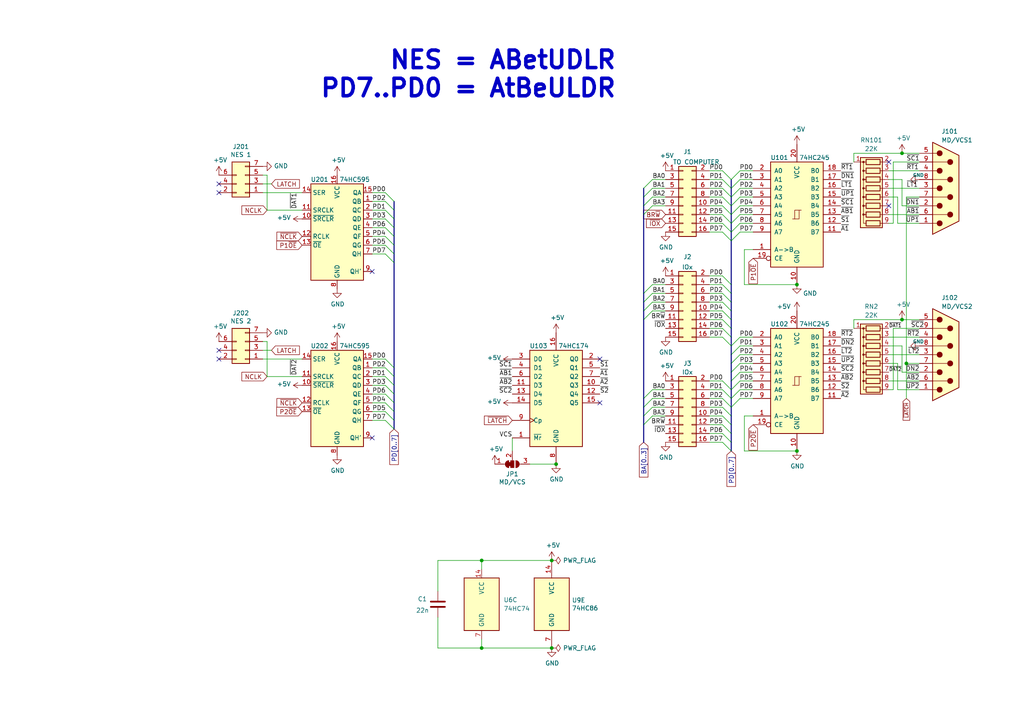
<source format=kicad_sch>
(kicad_sch (version 20231120) (generator "eeschema") (generator_version "8.0")
  (paper "A4")
  (lib_symbols
    (symbol "74xx:74HC245" (pin_names (offset 1.016))
      (property "Reference" "U" (at -7.62 16.51 0))
      (property "Value" "74HC245" (at -7.62 -16.51 0))
      (symbol "74HC245_1_0"
        (pin input line (at -12.7 -10.16 0) (length 5.08) (name "A->B") (number "1"))
        (pin power_in line (at 0 -20.32 90) (length 5.08) (name "GND") (number "10"))
        (pin tri_state line (at 12.7 -5.08 180) (length 5.08) (name "B7") (number "11"))
        (pin tri_state line (at 12.7 -2.54 180) (length 5.08) (name "B6") (number "12"))
        (pin tri_state line (at 12.7 0 180) (length 5.08) (name "B5") (number "13"))
        (pin tri_state line (at 12.7 2.54 180) (length 5.08) (name "B4") (number "14"))
        (pin tri_state line (at 12.7 5.08 180) (length 5.08) (name "B3") (number "15"))
        (pin tri_state line (at 12.7 7.62 180) (length 5.08) (name "B2") (number "16"))
        (pin tri_state line (at 12.7 10.16 180) (length 5.08) (name "B1") (number "17"))
        (pin tri_state line (at 12.7 12.7 180) (length 5.08) (name "B0") (number "18"))
        (pin input inverted (at -12.7 -12.7 0) (length 5.08) (name "CE") (number "19"))
        (pin tri_state line (at -12.7 12.7 0) (length 5.08) (name "A0") (number "2"))
        (pin power_in line (at 0 20.32 270) (length 5.08) (name "VCC") (number "20"))
        (pin tri_state line (at -12.7 10.16 0) (length 5.08) (name "A1") (number "3"))
        (pin tri_state line (at -12.7 7.62 0) (length 5.08) (name "A2") (number "4"))
        (pin tri_state line (at -12.7 5.08 0) (length 5.08) (name "A3") (number "5"))
        (pin tri_state line (at -12.7 2.54 0) (length 5.08) (name "A4") (number "6"))
        (pin tri_state line (at -12.7 0 0) (length 5.08) (name "A5") (number "7"))
        (pin tri_state line (at -12.7 -2.54 0) (length 5.08) (name "A6") (number "8"))
        (pin tri_state line (at -12.7 -5.08 0) (length 5.08) (name "A7") (number "9"))
      )
    )
    (symbol "74xx:74HC595"
      (property "Reference" "U" (at -7.62 13.97 0))
      (property "Value" "74HC595" (at -7.62 -16.51 0))
      (symbol "74HC595_1_0"
        (pin tri_state line (at 10.16 7.62 180) (length 2.54) (name "QB") (number "1"))
        (pin input line (at -10.16 2.54 0) (length 2.54) (name "~{SRCLR}") (number "10"))
        (pin input line (at -10.16 5.08 0) (length 2.54) (name "SRCLK") (number "11"))
        (pin input line (at -10.16 -2.54 0) (length 2.54) (name "RCLK") (number "12"))
        (pin input line (at -10.16 -5.08 0) (length 2.54) (name "~{OE}") (number "13"))
        (pin input line (at -10.16 10.16 0) (length 2.54) (name "SER") (number "14"))
        (pin tri_state line (at 10.16 10.16 180) (length 2.54) (name "QA") (number "15"))
        (pin power_in line (at 0 15.24 270) (length 2.54) (name "VCC") (number "16"))
        (pin tri_state line (at 10.16 5.08 180) (length 2.54) (name "QC") (number "2"))
        (pin tri_state line (at 10.16 2.54 180) (length 2.54) (name "QD") (number "3"))
        (pin tri_state line (at 10.16 0 180) (length 2.54) (name "QE") (number "4"))
        (pin tri_state line (at 10.16 -2.54 180) (length 2.54) (name "QF") (number "5"))
        (pin tri_state line (at 10.16 -5.08 180) (length 2.54) (name "QG") (number "6"))
        (pin tri_state line (at 10.16 -7.62 180) (length 2.54) (name "QH") (number "7"))
        (pin power_in line (at 0 -17.78 90) (length 2.54) (name "GND") (number "8"))
        (pin output line (at 10.16 -12.7 180) (length 2.54) (name "QH'") (number "9"))
      )
    )
    (symbol "74xx:74HC74" (pin_names (offset 1.016))
      (property "Reference" "U" (at -7.62 8.89 0))
      (property "Value" "74HC74" (at -7.62 -8.89 0))
      (symbol "74HC74_1_0"
        (pin input line (at 0 -7.62 90) (length 2.54) (name "~{R}") (number "1"))
        (pin input line (at -7.62 2.54 0) (length 2.54) (name "D") (number "2"))
        (pin input clock (at -7.62 0 0) (length 2.54) (name "C") (number "3"))
        (pin input line (at 0 7.62 270) (length 2.54) (name "~{S}") (number "4"))
        (pin output line (at 7.62 2.54 180) (length 2.54) (name "Q") (number "5"))
        (pin output line (at 7.62 -2.54 180) (length 2.54) (name "~{Q}") (number "6"))
      )
      (symbol "74HC74_2_0"
        (pin input line (at 0 7.62 270) (length 2.54) (name "~{S}") (number "10"))
        (pin input clock (at -7.62 0 0) (length 2.54) (name "C") (number "11"))
        (pin input line (at -7.62 2.54 0) (length 2.54) (name "D") (number "12"))
        (pin input line (at 0 -7.62 90) (length 2.54) (name "~{R}") (number "13"))
        (pin output line (at 7.62 -2.54 180) (length 2.54) (name "~{Q}") (number "8"))
        (pin output line (at 7.62 2.54 180) (length 2.54) (name "Q") (number "9"))
      )
      (symbol "74HC74_3_0"
        (pin power_in line (at 0 10.16 270) (length 2.54) (name "VCC") (number "14"))
        (pin power_in line (at 0 -10.16 90) (length 2.54) (name "GND") (number "7"))
      )
    )
    (symbol "74xx:74HC86" (pin_names (offset 1.016))
      (property "Reference" "U" (at 0 1.27 0))
      (property "Value" "74HC86" (at 0 -1.27 0))
      (symbol "74HC86_1_0"
        (pin input line (at -7.62 2.54 0) (length 4.445) (name "~") (number "1"))
        (pin input line (at -7.62 -2.54 0) (length 4.445) (name "~") (number "2"))
        (pin output line (at 7.62 0 180) (length 3.81) (name "~") (number "3"))
      )
      (symbol "74HC86_2_0"
        (pin input line (at -7.62 2.54 0) (length 4.445) (name "~") (number "4"))
        (pin input line (at -7.62 -2.54 0) (length 4.445) (name "~") (number "5"))
        (pin output line (at 7.62 0 180) (length 3.81) (name "~") (number "6"))
      )
      (symbol "74HC86_3_0"
        (pin input line (at -7.62 -2.54 0) (length 4.445) (name "~") (number "10"))
        (pin output line (at 7.62 0 180) (length 3.81) (name "~") (number "8"))
        (pin input line (at -7.62 2.54 0) (length 4.445) (name "~") (number "9"))
      )
      (symbol "74HC86_4_0"
        (pin output line (at 7.62 0 180) (length 3.81) (name "~") (number "11"))
        (pin input line (at -7.62 2.54 0) (length 4.445) (name "~") (number "12"))
        (pin input line (at -7.62 -2.54 0) (length 4.445) (name "~") (number "13"))
      )
      (symbol "74HC86_5_0"
        (pin power_in line (at 0 12.7 270) (length 5.08) (name "VCC") (number "14"))
        (pin power_in line (at 0 -12.7 90) (length 5.08) (name "GND") (number "7"))
      )
    )
    (symbol "74xx:74LS174" (pin_names (offset 1.016))
      (property "Reference" "U" (at -7.62 13.97 0))
      (property "Value" "74LS174" (at -7.62 -16.51 0))
      (symbol "74LS174_1_0"
        (pin input line (at -12.7 -12.7 0) (length 5.08) (name "~{Mr}") (number "1"))
        (pin output line (at 12.7 2.54 180) (length 5.08) (name "Q3") (number "10"))
        (pin input line (at -12.7 2.54 0) (length 5.08) (name "D3") (number "11"))
        (pin output line (at 12.7 0 180) (length 5.08) (name "Q4") (number "12"))
        (pin input line (at -12.7 0 0) (length 5.08) (name "D4") (number "13"))
        (pin input line (at -12.7 -2.54 0) (length 5.08) (name "D5") (number "14"))
        (pin output line (at 12.7 -2.54 180) (length 5.08) (name "Q5") (number "15"))
        (pin power_in line (at 0 17.78 270) (length 5.08) (name "VCC") (number "16"))
        (pin output line (at 12.7 10.16 180) (length 5.08) (name "Q0") (number "2"))
        (pin input line (at -12.7 10.16 0) (length 5.08) (name "D0") (number "3"))
        (pin input line (at -12.7 7.62 0) (length 5.08) (name "D1") (number "4"))
        (pin output line (at 12.7 7.62 180) (length 5.08) (name "Q1") (number "5"))
        (pin input line (at -12.7 5.08 0) (length 5.08) (name "D2") (number "6"))
        (pin output line (at 12.7 5.08 180) (length 5.08) (name "Q2") (number "7"))
        (pin power_in line (at 0 -20.32 90) (length 5.08) (name "GND") (number "8"))
        (pin input clock (at -12.7 -7.62 0) (length 5.08) (name "Cp") (number "9"))
      )
    )
    (symbol "Connector_Generic:Conn_02x08_Odd_Even" (pin_names (offset 1.016) hide)
      (property "Reference" "J" (at 1.27 10.16 0))
      (property "Value" "Conn_02x08_Odd_Even" (at 1.27 -12.7 0))
      (symbol "Conn_02x08_Odd_Even_1_1"
        (pin passive line (at -5.08 7.62 0) (length 3.81) (name "Pin_1") (number "1"))
        (pin passive line (at 7.62 -2.54 180) (length 3.81) (name "Pin_10") (number "10"))
        (pin passive line (at -5.08 -5.08 0) (length 3.81) (name "Pin_11") (number "11"))
        (pin passive line (at 7.62 -5.08 180) (length 3.81) (name "Pin_12") (number "12"))
        (pin passive line (at -5.08 -7.62 0) (length 3.81) (name "Pin_13") (number "13"))
        (pin passive line (at 7.62 -7.62 180) (length 3.81) (name "Pin_14") (number "14"))
        (pin passive line (at -5.08 -10.16 0) (length 3.81) (name "Pin_15") (number "15"))
        (pin passive line (at 7.62 -10.16 180) (length 3.81) (name "Pin_16") (number "16"))
        (pin passive line (at 7.62 7.62 180) (length 3.81) (name "Pin_2") (number "2"))
        (pin passive line (at -5.08 5.08 0) (length 3.81) (name "Pin_3") (number "3"))
        (pin passive line (at 7.62 5.08 180) (length 3.81) (name "Pin_4") (number "4"))
        (pin passive line (at -5.08 2.54 0) (length 3.81) (name "Pin_5") (number "5"))
        (pin passive line (at 7.62 2.54 180) (length 3.81) (name "Pin_6") (number "6"))
        (pin passive line (at -5.08 0 0) (length 3.81) (name "Pin_7") (number "7"))
        (pin passive line (at 7.62 0 180) (length 3.81) (name "Pin_8") (number "8"))
        (pin passive line (at -5.08 -2.54 0) (length 3.81) (name "Pin_9") (number "9"))
      )
    )
    (symbol "Connector_Generic:Conn_2Rows-07Pins" (pin_names (offset 1.016) hide)
      (property "Reference" "J" (at 1.27 5.08 0))
      (property "Value" "Conn_2Rows-07Pins" (at 1.27 -7.62 0))
      (symbol "Conn_2Rows-07Pins_1_1"
        (pin passive line (at -5.08 2.54 0) (length 3.81) (name "Pin_1") (number "1"))
        (pin passive line (at 7.62 2.54 180) (length 3.81) (name "Pin_2") (number "2"))
        (pin passive line (at -5.08 0 0) (length 3.81) (name "Pin_3") (number "3"))
        (pin passive line (at 7.62 0 180) (length 3.81) (name "Pin_4") (number "4"))
        (pin passive line (at -5.08 -2.54 0) (length 3.81) (name "Pin_5") (number "5"))
        (pin passive line (at 7.62 -2.54 180) (length 3.81) (name "Pin_6") (number "6"))
        (pin passive line (at -5.08 -5.08 0) (length 3.81) (name "Pin_7") (number "7"))
      )
    )
    (symbol "Device:C" (pin_numbers hide) (pin_names (offset 0.254))
      (property "Reference" "C" (at 0.635 2.54 0))
      (property "Value" "C" (at 0.635 -2.54 0))
      (symbol "C_1_1"
        (pin passive line (at 0 3.81 270) (length 2.794) (name "~") (number "1"))
        (pin passive line (at 0 -3.81 90) (length 2.794) (name "~") (number "2"))
      )
    )
    (symbol "Device:R_Network08" (pin_names (offset 0) hide)
      (property "Reference" "RN" (at -12.7 0 90))
      (property "Value" "R_Network08" (at 10.16 0 90))
      (symbol "R_Network08_1_1"
        (pin passive line (at -10.16 5.08 270) (length 2.54) (name "common") (number "1"))
        (pin passive line (at -10.16 -5.08 90) (length 1.27) (name "R1") (number "2"))
        (pin passive line (at -7.62 -5.08 90) (length 1.27) (name "R2") (number "3"))
        (pin passive line (at -5.08 -5.08 90) (length 1.27) (name "R3") (number "4"))
        (pin passive line (at -2.54 -5.08 90) (length 1.27) (name "R4") (number "5"))
        (pin passive line (at 0 -5.08 90) (length 1.27) (name "R5") (number "6"))
        (pin passive line (at 2.54 -5.08 90) (length 1.27) (name "R6") (number "7"))
        (pin passive line (at 5.08 -5.08 90) (length 1.27) (name "R7") (number "8"))
        (pin passive line (at 7.62 -5.08 90) (length 1.27) (name "R8") (number "9"))
      )
    )
    (symbol "pluskbd-rescue:+5V-power" (power) (pin_names (offset 0))
      (property "Value" "power_+5V" (at 0 3.556 0))
      (symbol "+5V-power_1_1"
        (pin power_in line (at 0 0 90) (length 0) hide (name "+5V") (number "1"))
      )
    )
    (symbol "pluskbd-rescue:DB9_Male-Connector" (pin_names (offset 1.016) hide)
      (property "Reference" "J" (at 0 13.97 0))
      (property "Value" "Connector_DB9_Male" (at 0 -14.605 0))
      (symbol "DB9_Male-Connector_1_1"
        (pin passive line (at -7.62 -10.16 0) (length 3.81) (name "1") (number "1"))
        (pin passive line (at -7.62 -5.08 0) (length 3.81) (name "2") (number "2"))
        (pin passive line (at -7.62 0 0) (length 3.81) (name "3") (number "3"))
        (pin passive line (at -7.62 5.08 0) (length 3.81) (name "4") (number "4"))
        (pin passive line (at -7.62 10.16 0) (length 3.81) (name "5") (number "5"))
        (pin passive line (at -7.62 -7.62 0) (length 3.81) (name "6") (number "6"))
        (pin passive line (at -7.62 -2.54 0) (length 3.81) (name "7") (number "7"))
        (pin passive line (at -7.62 2.54 0) (length 3.81) (name "8") (number "8"))
        (pin passive line (at -7.62 7.62 0) (length 3.81) (name "9") (number "9"))
      )
    )
    (symbol "pluskbd-rescue:GND-power" (power) (pin_names (offset 0))
      (property "Value" "power_GND" (at 0 -3.81 0))
      (symbol "GND-power_1_1"
        (pin power_in line (at 0 0 270) (length 0) hide (name "GND") (number "1"))
      )
    )
    (symbol "pluskbd-rescue:PWR_FLAG-power" (power) (pin_numbers hide) (pin_names (offset 0) hide)
      (property "Value" "power_PWR_FLAG" (at 0 3.81 0))
      (symbol "PWR_FLAG-power_0_0"
        (pin power_out line (at 0 0 90) (length 0) (name "pwr") (number "1"))
      )
    )
    (symbol "pluskbd-rescue:SolderJumper_3_Bridged12-Jumper" (pin_names (offset 0) hide)
      (property "Reference" "JP" (at -2.54 -2.54 0))
      (property "Value" "Jumper_SolderJumper_3_Bridged12" (at 0 2.794 0))
      (symbol "SolderJumper_3_Bridged12-Jumper_1_1"
        (pin passive line (at -5.08 0 0) (length 2.54) (name "A") (number "1"))
        (pin input line (at 0 -3.81 90) (length 2.54) (name "C") (number "2"))
        (pin passive line (at 5.08 0 180) (length 2.54) (name "B") (number "3"))
      )
    )
  )
  (junction (at 139.7 187.96))
  (junction (at 161.29 134.62))
  (junction (at 231.14 130.81))
  (junction (at 261.62 44.45))
  (junction (at 139.7 162.56))
  (junction (at 231.14 82.55))
  (junction (at 160.02 162.56))
  (junction (at 160.02 187.96))
  (junction (at 261.62 92.71))
  (junction (at 262.89 105.41))
  (no_connect (at 257.81 59.69))
  (no_connect (at 107.95 127))
  (no_connect (at 63.5 101.6))
  (no_connect (at 63.5 104.14))
  (no_connect (at 173.99 104.14))
  (no_connect (at 173.99 116.84))
  (no_connect (at 107.95 78.74))
  (no_connect (at 63.5 53.34))
  (no_connect (at 63.5 55.88))
  (no_connect (at 257.81 46.99))
  (bus_entry (at 111.76 73.66) (size 2.54 2.54))
  (bus_entry (at 111.76 58.42) (size 2.54 2.54))
  (bus_entry (at 209.55 85.09) (size 2.54 2.54))
  (bus_entry (at 209.55 54.61) (size 2.54 2.54))
  (bus_entry (at 209.55 82.55) (size 2.54 2.54))
  (bus_entry (at 111.76 121.92) (size 2.54 2.54))
  (bus_entry (at 209.55 62.23) (size 2.54 2.54))
  (bus_entry (at 209.55 90.17) (size 2.54 2.54))
  (bus_entry (at 214.63 115.57) (size -2.54 2.54))
  (bus_entry (at 209.55 92.71) (size 2.54 2.54))
  (bus_entry (at 111.76 116.84) (size 2.54 2.54))
  (bus_entry (at 209.55 87.63) (size 2.54 2.54))
  (bus_entry (at 111.76 68.58) (size 2.54 2.54))
  (bus_entry (at 209.55 80.01) (size 2.54 2.54))
  (bus_entry (at 209.55 64.77) (size 2.54 2.54))
  (bus_entry (at 186.69 120.65) (size 2.54 -2.54))
  (bus_entry (at 214.63 110.49) (size -2.54 2.54))
  (bus_entry (at 209.55 115.57) (size 2.54 2.54))
  (bus_entry (at 214.63 105.41) (size -2.54 2.54))
  (bus_entry (at 209.55 110.49) (size 2.54 2.54))
  (bus_entry (at 214.63 64.77) (size -2.54 2.54))
  (bus_entry (at 186.69 90.17) (size 2.54 -2.54))
  (bus_entry (at 186.69 123.19) (size 2.54 -2.54))
  (bus_entry (at 214.63 49.53) (size -2.54 2.54))
  (bus_entry (at 214.63 52.07) (size -2.54 2.54))
  (bus_entry (at 111.76 66.04) (size 2.54 2.54))
  (bus_entry (at 111.76 71.12) (size 2.54 2.54))
  (bus_entry (at 186.69 118.11) (size 2.54 -2.54))
  (bus_entry (at 214.63 54.61) (size -2.54 2.54))
  (bus_entry (at 209.55 95.25) (size 2.54 2.54))
  (bus_entry (at 111.76 60.96) (size 2.54 2.54))
  (bus_entry (at 111.76 119.38) (size 2.54 2.54))
  (bus_entry (at 214.63 67.31) (size -2.54 2.54))
  (bus_entry (at 214.63 59.69) (size -2.54 2.54))
  (bus_entry (at 209.55 67.31) (size 2.54 2.54))
  (bus_entry (at 209.55 49.53) (size 2.54 2.54))
  (bus_entry (at 209.55 97.79) (size 2.54 2.54))
  (bus_entry (at 209.55 123.19) (size 2.54 2.54))
  (bus_entry (at 111.76 55.88) (size 2.54 2.54))
  (bus_entry (at 209.55 118.11) (size 2.54 2.54))
  (bus_entry (at 111.76 111.76) (size 2.54 2.54))
  (bus_entry (at 214.63 102.87) (size -2.54 2.54))
  (bus_entry (at 209.55 113.03) (size 2.54 2.54))
  (bus_entry (at 111.76 63.5) (size 2.54 2.54))
  (bus_entry (at 214.63 62.23) (size -2.54 2.54))
  (bus_entry (at 214.63 100.33) (size -2.54 2.54))
  (bus_entry (at 186.69 85.09) (size 2.54 -2.54))
  (bus_entry (at 186.69 54.61) (size 2.54 -2.54))
  (bus_entry (at 111.76 104.14) (size 2.54 2.54))
  (bus_entry (at 186.69 115.57) (size 2.54 -2.54))
  (bus_entry (at 186.69 59.69) (size 2.54 -2.54))
  (bus_entry (at 111.76 114.3) (size 2.54 2.54))
  (bus_entry (at 209.55 125.73) (size 2.54 2.54))
  (bus_entry (at 209.55 120.65) (size 2.54 2.54))
  (bus_entry (at 111.76 106.68) (size 2.54 2.54))
  (bus_entry (at 214.63 113.03) (size -2.54 2.54))
  (bus_entry (at 214.63 97.79) (size -2.54 2.54))
  (bus_entry (at 186.69 92.71) (size 2.54 -2.54))
  (bus_entry (at 186.69 57.15) (size 2.54 -2.54))
  (bus_entry (at 214.63 57.15) (size -2.54 2.54))
  (bus_entry (at 186.69 87.63) (size 2.54 -2.54))
  (bus_entry (at 186.69 62.23) (size 2.54 -2.54))
  (bus_entry (at 209.55 128.27) (size 2.54 2.54))
  (bus_entry (at 111.76 109.22) (size 2.54 2.54))
  (bus_entry (at 214.63 107.95) (size -2.54 2.54))
  (bus_entry (at 209.55 59.69) (size 2.54 2.54))
  (bus_entry (at 209.55 57.15) (size 2.54 2.54))
  (bus_entry (at 209.55 52.07) (size 2.54 2.54))
  (bus (pts (xy 114.3 116.84) (xy 114.3 119.38)))
  (wire (pts (xy 148.59 127) (xy 148.59 130.81)))
  (bus (pts (xy 212.09 110.49) (xy 212.09 113.03)))
  (bus (pts (xy 186.69 115.57) (xy 186.69 118.11)))
  (wire (pts (xy 218.44 120.65) (xy 215.9 120.65)))
  (bus (pts (xy 114.3 111.76) (xy 114.3 114.3)))
  (bus (pts (xy 212.09 105.41) (xy 212.09 107.95)))
  (bus (pts (xy 114.3 109.22) (xy 114.3 111.76)))
  (wire (pts (xy 259.08 95.25) (xy 259.08 113.03)))
  (bus (pts (xy 212.09 92.71) (xy 212.09 95.25)))
  (wire (pts (xy 257.81 54.61) (xy 266.7 54.61)))
  (bus (pts (xy 186.69 62.23) (xy 186.69 85.09)))
  (wire (pts (xy 262.89 57.15) (xy 266.7 57.15)))
  (wire (pts (xy 107.95 71.12) (xy 111.76 71.12)))
  (wire (pts (xy 261.62 100.33) (xy 257.81 100.33)))
  (wire (pts (xy 193.04 52.07) (xy 189.23 52.07)))
  (wire (pts (xy 127 171.45) (xy 127 162.56)))
  (bus (pts (xy 212.09 85.09) (xy 212.09 87.63)))
  (wire (pts (xy 261.62 59.69) (xy 266.7 59.69)))
  (wire (pts (xy 259.08 64.77) (xy 257.81 64.77)))
  (bus (pts (xy 212.09 107.95) (xy 212.09 110.49)))
  (wire (pts (xy 218.44 49.53) (xy 214.63 49.53)))
  (wire (pts (xy 193.04 82.55) (xy 189.23 82.55)))
  (bus (pts (xy 186.69 90.17) (xy 186.69 92.71)))
  (wire (pts (xy 218.44 54.61) (xy 214.63 54.61)))
  (wire (pts (xy 107.95 60.96) (xy 111.76 60.96)))
  (wire (pts (xy 218.44 107.95) (xy 214.63 107.95)))
  (wire (pts (xy 218.44 67.31) (xy 214.63 67.31)))
  (wire (pts (xy 259.08 46.99) (xy 259.08 64.77)))
  (wire (pts (xy 205.74 64.77) (xy 209.55 64.77)))
  (wire (pts (xy 205.74 82.55) (xy 209.55 82.55)))
  (wire (pts (xy 261.62 92.71) (xy 266.7 92.71)))
  (bus (pts (xy 186.69 85.09) (xy 186.69 87.63)))
  (wire (pts (xy 257.81 57.15) (xy 260.35 57.15)))
  (wire (pts (xy 139.7 185.42) (xy 139.7 187.96)))
  (wire (pts (xy 257.81 97.79) (xy 266.7 97.79)))
  (wire (pts (xy 205.74 59.69) (xy 209.55 59.69)))
  (wire (pts (xy 261.62 59.69) (xy 261.62 52.07)))
  (bus (pts (xy 212.09 90.17) (xy 212.09 92.71)))
  (bus (pts (xy 212.09 62.23) (xy 212.09 64.77)))
  (bus (pts (xy 212.09 128.27) (xy 212.09 130.81)))
  (wire (pts (xy 205.74 97.79) (xy 209.55 97.79)))
  (bus (pts (xy 212.09 59.69) (xy 212.09 62.23)))
  (wire (pts (xy 153.67 134.62) (xy 161.29 134.62)))
  (wire (pts (xy 139.7 187.96) (xy 160.02 187.96)))
  (wire (pts (xy 205.74 128.27) (xy 209.55 128.27)))
  (wire (pts (xy 218.44 64.77) (xy 214.63 64.77)))
  (wire (pts (xy 205.74 125.73) (xy 209.55 125.73)))
  (wire (pts (xy 193.04 54.61) (xy 189.23 54.61)))
  (wire (pts (xy 261.62 107.95) (xy 261.62 100.33)))
  (wire (pts (xy 257.81 105.41) (xy 260.35 105.41)))
  (wire (pts (xy 127 179.07) (xy 127 187.96)))
  (bus (pts (xy 114.3 63.5) (xy 114.3 66.04)))
  (wire (pts (xy 205.74 57.15) (xy 209.55 57.15)))
  (wire (pts (xy 261.62 107.95) (xy 266.7 107.95)))
  (wire (pts (xy 107.95 104.14) (xy 111.76 104.14)))
  (bus (pts (xy 114.3 71.12) (xy 114.3 73.66)))
  (bus (pts (xy 186.69 92.71) (xy 186.69 115.57)))
  (wire (pts (xy 262.89 115.57) (xy 262.89 105.41)))
  (wire (pts (xy 107.95 55.88) (xy 111.76 55.88)))
  (wire (pts (xy 205.74 123.19) (xy 209.55 123.19)))
  (bus (pts (xy 114.3 119.38) (xy 114.3 121.92)))
  (wire (pts (xy 205.74 80.01) (xy 209.55 80.01)))
  (bus (pts (xy 186.69 120.65) (xy 186.69 123.19)))
  (bus (pts (xy 114.3 58.42) (xy 114.3 60.96)))
  (wire (pts (xy 260.35 64.77) (xy 266.7 64.77)))
  (wire (pts (xy 107.95 109.22) (xy 111.76 109.22)))
  (wire (pts (xy 77.47 99.06) (xy 77.47 109.22)))
  (wire (pts (xy 259.08 113.03) (xy 257.81 113.03)))
  (wire (pts (xy 107.95 63.5) (xy 111.76 63.5)))
  (wire (pts (xy 205.74 54.61) (xy 209.55 54.61)))
  (bus (pts (xy 212.09 54.61) (xy 212.09 57.15)))
  (bus (pts (xy 114.3 66.04) (xy 114.3 68.58)))
  (wire (pts (xy 107.95 58.42) (xy 111.76 58.42)))
  (bus (pts (xy 186.69 118.11) (xy 186.69 120.65)))
  (wire (pts (xy 218.44 57.15) (xy 214.63 57.15)))
  (wire (pts (xy 76.2 55.88) (xy 87.63 55.88)))
  (wire (pts (xy 257.81 102.87) (xy 266.7 102.87)))
  (wire (pts (xy 77.47 50.8) (xy 77.47 60.96)))
  (wire (pts (xy 262.89 105.41) (xy 266.7 105.41)))
  (wire (pts (xy 193.04 59.69) (xy 189.23 59.69)))
  (bus (pts (xy 212.09 64.77) (xy 212.09 67.31)))
  (wire (pts (xy 205.74 87.63) (xy 209.55 87.63)))
  (wire (pts (xy 257.81 49.53) (xy 266.7 49.53)))
  (wire (pts (xy 215.9 72.39) (xy 215.9 82.55)))
  (wire (pts (xy 215.9 130.81) (xy 231.14 130.81)))
  (wire (pts (xy 260.35 105.41) (xy 260.35 113.03)))
  (wire (pts (xy 193.04 115.57) (xy 189.23 115.57)))
  (bus (pts (xy 212.09 67.31) (xy 212.09 69.85)))
  (wire (pts (xy 205.74 95.25) (xy 209.55 95.25)))
  (wire (pts (xy 218.44 72.39) (xy 215.9 72.39)))
  (wire (pts (xy 189.23 118.11) (xy 193.04 118.11)))
  (bus (pts (xy 212.09 123.19) (xy 212.09 125.73)))
  (bus (pts (xy 114.3 68.58) (xy 114.3 71.12)))
  (wire (pts (xy 139.7 162.56) (xy 139.7 165.1)))
  (bus (pts (xy 212.09 95.25) (xy 212.09 97.79)))
  (wire (pts (xy 107.95 68.58) (xy 111.76 68.58)))
  (wire (pts (xy 205.74 49.53) (xy 209.55 49.53)))
  (wire (pts (xy 247.65 95.25) (xy 247.65 92.71)))
  (wire (pts (xy 205.74 115.57) (xy 209.55 115.57)))
  (wire (pts (xy 107.95 121.92) (xy 111.76 121.92)))
  (wire (pts (xy 260.35 57.15) (xy 260.35 64.77)))
  (wire (pts (xy 218.44 105.41) (xy 214.63 105.41)))
  (wire (pts (xy 215.9 82.55) (xy 231.14 82.55)))
  (bus (pts (xy 212.09 97.79) (xy 212.09 100.33)))
  (wire (pts (xy 160.02 162.56) (xy 139.7 162.56)))
  (wire (pts (xy 76.2 104.14) (xy 87.63 104.14)))
  (wire (pts (xy 218.44 100.33) (xy 214.63 100.33)))
  (wire (pts (xy 193.04 120.65) (xy 189.23 120.65)))
  (wire (pts (xy 215.9 120.65) (xy 215.9 130.81)))
  (bus (pts (xy 186.69 59.69) (xy 186.69 62.23)))
  (bus (pts (xy 186.69 57.15) (xy 186.69 59.69)))
  (wire (pts (xy 218.44 62.23) (xy 214.63 62.23)))
  (wire (pts (xy 218.44 52.07) (xy 214.63 52.07)))
  (wire (pts (xy 76.2 53.34) (xy 78.74 53.34)))
  (wire (pts (xy 218.44 110.49) (xy 214.63 110.49)))
  (bus (pts (xy 114.3 114.3) (xy 114.3 116.84)))
  (bus (pts (xy 186.69 54.61) (xy 186.69 57.15)))
  (wire (pts (xy 259.08 95.25) (xy 266.7 95.25)))
  (bus (pts (xy 212.09 52.07) (xy 212.09 54.61)))
  (wire (pts (xy 193.04 90.17) (xy 189.23 90.17)))
  (wire (pts (xy 247.65 44.45) (xy 261.62 44.45)))
  (wire (pts (xy 205.74 118.11) (xy 209.55 118.11)))
  (wire (pts (xy 193.04 113.03) (xy 189.23 113.03)))
  (wire (pts (xy 259.08 46.99) (xy 266.7 46.99)))
  (wire (pts (xy 262.89 105.41) (xy 262.89 57.15)))
  (bus (pts (xy 212.09 57.15) (xy 212.09 59.69)))
  (bus (pts (xy 212.09 115.57) (xy 212.09 118.11)))
  (wire (pts (xy 218.44 115.57) (xy 214.63 115.57)))
  (wire (pts (xy 127 187.96) (xy 139.7 187.96)))
  (bus (pts (xy 186.69 87.63) (xy 186.69 90.17)))
  (wire (pts (xy 205.74 52.07) (xy 209.55 52.07)))
  (wire (pts (xy 77.47 60.96) (xy 87.63 60.96)))
  (wire (pts (xy 260.35 113.03) (xy 266.7 113.03)))
  (wire (pts (xy 257.81 110.49) (xy 266.7 110.49)))
  (bus (pts (xy 212.09 102.87) (xy 212.09 105.41)))
  (wire (pts (xy 107.95 119.38) (xy 111.76 119.38)))
  (wire (pts (xy 77.47 109.22) (xy 87.63 109.22)))
  (wire (pts (xy 257.81 62.23) (xy 266.7 62.23)))
  (wire (pts (xy 205.74 92.71) (xy 209.55 92.71)))
  (bus (pts (xy 212.09 125.73) (xy 212.09 128.27)))
  (wire (pts (xy 107.95 106.68) (xy 111.76 106.68)))
  (wire (pts (xy 107.95 111.76) (xy 111.76 111.76)))
  (wire (pts (xy 218.44 113.03) (xy 214.63 113.03)))
  (wire (pts (xy 261.62 44.45) (xy 266.7 44.45)))
  (wire (pts (xy 107.95 116.84) (xy 111.76 116.84)))
  (wire (pts (xy 193.04 85.09) (xy 189.23 85.09)))
  (wire (pts (xy 107.95 66.04) (xy 111.76 66.04)))
  (bus (pts (xy 212.09 118.11) (xy 212.09 120.65)))
  (wire (pts (xy 205.74 113.03) (xy 209.55 113.03)))
  (wire (pts (xy 205.74 85.09) (xy 209.55 85.09)))
  (wire (pts (xy 218.44 102.87) (xy 214.63 102.87)))
  (bus (pts (xy 114.3 106.68) (xy 114.3 109.22)))
  (bus (pts (xy 186.69 123.19) (xy 186.69 128.27)))
  (bus (pts (xy 114.3 60.96) (xy 114.3 63.5)))
  (wire (pts (xy 127 162.56) (xy 139.7 162.56)))
  (wire (pts (xy 205.74 67.31) (xy 209.55 67.31)))
  (bus (pts (xy 114.3 121.92) (xy 114.3 124.46)))
  (wire (pts (xy 76.2 99.06) (xy 77.47 99.06)))
  (bus (pts (xy 212.09 100.33) (xy 212.09 102.87)))
  (wire (pts (xy 189.23 87.63) (xy 193.04 87.63)))
  (wire (pts (xy 189.23 57.15) (xy 193.04 57.15)))
  (wire (pts (xy 218.44 59.69) (xy 214.63 59.69)))
  (bus (pts (xy 212.09 82.55) (xy 212.09 85.09)))
  (wire (pts (xy 205.74 90.17) (xy 209.55 90.17)))
  (wire (pts (xy 218.44 97.79) (xy 214.63 97.79)))
  (bus (pts (xy 212.09 87.63) (xy 212.09 90.17)))
  (wire (pts (xy 107.95 114.3) (xy 111.76 114.3)))
  (wire (pts (xy 247.65 46.99) (xy 247.65 44.45)))
  (wire (pts (xy 205.74 120.65) (xy 209.55 120.65)))
  (wire (pts (xy 205.74 62.23) (xy 209.55 62.23)))
  (bus (pts (xy 212.09 113.03) (xy 212.09 115.57)))
  (wire (pts (xy 205.74 110.49) (xy 209.55 110.49)))
  (wire (pts (xy 261.62 52.07) (xy 257.81 52.07)))
  (wire (pts (xy 247.65 92.71) (xy 261.62 92.71)))
  (bus (pts (xy 114.3 73.66) (xy 114.3 76.2)))
  (wire (pts (xy 76.2 101.6) (xy 78.74 101.6)))
  (bus (pts (xy 212.09 120.65) (xy 212.09 123.19)))
  (wire (pts (xy 76.2 50.8) (xy 77.47 50.8)))
  (wire (pts (xy 107.95 73.66) (xy 111.76 73.66)))
  (bus (pts (xy 212.09 69.85) (xy 212.09 82.55)))
  (bus (pts (xy 114.3 76.2) (xy 114.3 106.68)))
  (text "NES = ABetUDLR\nPD7..PD0 = AtBeULDR" (at 179.07 28.702 0) (effects (font (size 5.08 5.08) (thickness 1.016) (bold yes)) (justify right bottom)))
  (label "~{A1}" (at 173.99 109.22 0))
  (label "~{AB1}" (at 266.7 62.23 180))
  (label "PD5" (at 107.95 71.12 0))
  (label "~{DAT1}" (at 86.36 55.88 270))
  (label "~{SC2}" (at 148.59 114.3 180))
  (label "~{AB1}" (at 148.59 109.22 180))
  (label "PD7" (at 205.74 128.27 0))
  (label "~{DN2}" (at 243.84 100.33 0))
  (label "PD7" (at 107.95 73.66 0))
  (label "PD4" (at 107.95 68.58 0))
  (label "~{DAT2}" (at 257.81 107.95 0) (effects (font (size 0.9906 0.9906))))
  (label "~{UP1}" (at 266.7 64.77 180))
  (label "PD1" (at 205.74 52.07 0))
  (label "PD5" (at 107.95 119.38 0))
  (label "~{UP2}" (at 266.7 113.03 180))
  (label "PD6" (at 218.44 64.77 180))
  (label "PD1" (at 205.74 82.55 0))
  (label "PD3" (at 205.74 118.11 0))
  (label "PD0" (at 205.74 49.53 0))
  (label "PD3" (at 205.74 87.63 0))
  (label "PD6" (at 218.44 113.03 180))
  (label "PD6" (at 107.95 114.3 0))
  (label "PD3" (at 107.95 63.5 0))
  (label "~{DAT1}" (at 257.81 95.25 0) (effects (font (size 0.9906 0.9906))))
  (label "~{LT1}" (at 243.84 54.61 0))
  (label "BA2" (at 189.23 87.63 0))
  (label "PD6" (at 205.74 95.25 0))
  (label "PD0" (at 205.74 80.01 0))
  (label "PD6" (at 205.74 125.73 0))
  (label "BR~{W}" (at 193.04 123.19 180))
  (label "PD4" (at 205.74 90.17 0))
  (label "~{IOX}" (at 193.04 95.25 180))
  (label "~{SC2}" (at 243.84 107.95 0))
  (label "~{SC1}" (at 262.89 46.99 0))
  (label "PD5" (at 218.44 62.23 180))
  (label "PD7" (at 107.95 121.92 0))
  (label "BA1" (at 189.23 115.57 0))
  (label "BA3" (at 189.23 59.69 0))
  (label "PD0" (at 218.44 49.53 180))
  (label "PD1" (at 107.95 60.96 0))
  (label "~{S2}" (at 173.99 114.3 0))
  (label "~{DN2}" (at 266.7 107.95 180))
  (label "~{SC1}" (at 148.59 106.68 180))
  (label "PD5" (at 218.44 110.49 180))
  (label "PD3" (at 107.95 111.76 0))
  (label "PD7" (at 205.74 67.31 0))
  (label "BA0" (at 189.23 82.55 0))
  (label "PD3" (at 218.44 105.41 180))
  (label "BA2" (at 189.23 118.11 0))
  (label "PD1" (at 205.74 113.03 0))
  (label "~{LT1}" (at 262.89 54.61 0))
  (label "~{S1}" (at 173.99 106.68 0))
  (label "PD1" (at 218.44 100.33 180))
  (label "PD2" (at 218.44 102.87 180))
  (label "~{AB2}" (at 266.7 110.49 180))
  (label "PD4" (at 107.95 116.84 0))
  (label "PD1" (at 218.44 52.07 180))
  (label "~{RT1}" (at 243.84 49.53 0))
  (label "PD1" (at 107.95 109.22 0))
  (label "PD5" (at 205.74 92.71 0))
  (label "BA2" (at 189.23 57.15 0))
  (label "BA3" (at 189.23 90.17 0))
  (label "BA1" (at 189.23 85.09 0))
  (label "PD7" (at 205.74 97.79 0))
  (label "PD4" (at 205.74 59.69 0))
  (label "PD3" (at 205.74 57.15 0))
  (label "PD2" (at 205.74 54.61 0))
  (label "~{LT2}" (at 243.84 102.87 0))
  (label "BA0" (at 189.23 113.03 0))
  (label "PD0" (at 218.44 97.79 180))
  (label "~{RT2}" (at 266.7 97.79 180))
  (label "PD5" (at 205.74 62.23 0))
  (label "PD2" (at 107.95 106.68 0))
  (label "~{IOX}" (at 193.04 125.73 180))
  (label "~{RT2}" (at 243.84 97.79 0))
  (label "~{S2}" (at 243.84 113.03 0))
  (label "~{UP2}" (at 243.84 105.41 0))
  (label "PD0" (at 107.95 55.88 0))
  (label "~{UP1}" (at 243.84 57.15 0))
  (label "~{SC2}" (at 264.16 95.25 0))
  (label "PD4" (at 218.44 59.69 180))
  (label "PD0" (at 107.95 104.14 0))
  (label "PD2" (at 218.44 54.61 180))
  (label "PD5" (at 205.74 123.19 0))
  (label "~{AB1}" (at 243.84 62.23 0))
  (label "PD4" (at 218.44 107.95 180))
  (label "BA0" (at 189.23 52.07 0))
  (label "~{A2}" (at 243.84 115.57 0))
  (label "VCS" (at 148.59 127 180))
  (label "~{AB2}" (at 243.84 110.49 0))
  (label "~{RT1}" (at 262.89 49.53 0))
  (label "BA3" (at 189.23 120.65 0))
  (label "~{DN1}" (at 243.84 52.07 0))
  (label "PD2" (at 107.95 58.42 0))
  (label "BA1" (at 189.23 54.61 0))
  (label "~{DN1}" (at 266.7 59.69 180))
  (label "~{LT2}" (at 266.7 102.87 180))
  (label "~{A1}" (at 243.84 67.31 0))
  (label "~{AB2}" (at 148.59 111.76 180))
  (label "PD2" (at 205.74 85.09 0))
  (label "~{S1}" (at 243.84 64.77 0))
  (label "PD7" (at 218.44 67.31 180))
  (label "PD6" (at 205.74 64.77 0))
  (label "~{SC1}" (at 243.84 59.69 0))
  (label "PD7" (at 218.44 115.57 180))
  (label "BR~{W}" (at 193.04 92.71 180))
  (label "PD6" (at 107.95 66.04 0))
  (label "PD4" (at 205.74 120.65 0))
  (label "PD0" (at 205.74 110.49 0))
  (label "~{A2}" (at 173.99 111.76 0))
  (label "PD2" (at 205.74 115.57 0))
  (label "PD3" (at 218.44 57.15 180))
  (label "~{DAT2}" (at 86.36 104.14 270))
  (global_label "LATCH" (shape input) (at 78.74 101.6 0) (property "Intersheetrefs" "${INTERSHEET_REFS}" (effects (hide yes))))
  (global_label "PD[0..7]" (shape input) (at 114.3 124.46 270) (property "Intersheetrefs" "${INTERSHEET_REFS}" (effects (hide yes))))
  (global_label "NCLK" (shape input) (at 77.47 109.22 180) (property "Intersheetrefs" "${INTERSHEET_REFS}" (effects (hide yes))))
  (global_label "NCLK" (shape input) (at 77.47 60.96 180) (property "Intersheetrefs" "${INTERSHEET_REFS}" (effects (hide yes))))
  (global_label "P2~{OE}" (shape input) (at 218.44 123.19 270) (property "Intersheetrefs" "${INTERSHEET_REFS}" (effects (hide yes))))
  (global_label "~{NCLK}" (shape input) (at 87.63 68.58 180) (property "Intersheetrefs" "${INTERSHEET_REFS}" (effects (hide yes))))
  (global_label "P1~{OE}" (shape input) (at 87.63 71.12 180) (property "Intersheetrefs" "${INTERSHEET_REFS}" (effects (hide yes))))
  (global_label "P2~{OE}" (shape input) (at 87.63 119.38 180) (property "Intersheetrefs" "${INTERSHEET_REFS}" (effects (hide yes))))
  (global_label "~{NCLK}" (shape input) (at 87.63 116.84 180) (property "Intersheetrefs" "${INTERSHEET_REFS}" (effects (hide yes))))
  (global_label "P1~{OE}" (shape input) (at 218.44 74.93 270) (property "Intersheetrefs" "${INTERSHEET_REFS}" (effects (hide yes))))
  (global_label "LATCH" (shape input) (at 78.74 53.34 0) (property "Intersheetrefs" "${INTERSHEET_REFS}" (effects (hide yes))))
  (global_label "~{LATCH}" (shape input) (at 148.59 121.92 180) (property "Intersheetrefs" "${INTERSHEET_REFS}" (effects (hide yes))))
  (global_label "BR~{W}" (shape input) (at 193.04 62.23 180) (property "Intersheetrefs" "${INTERSHEET_REFS}" (effects (hide yes))))
  (global_label "BA[0..3]" (shape input) (at 186.69 128.27 270) (property "Intersheetrefs" "${INTERSHEET_REFS}" (effects (hide yes))))
  (global_label "~{LATCH}" (shape input) (at 262.89 115.57 270) (effects (font (size 0.9906 0.9906))) (property "Intersheetrefs" "${INTERSHEET_REFS}" (effects (hide yes))))
  (global_label "~{IOX}" (shape input) (at 193.04 64.77 180) (property "Intersheetrefs" "${INTERSHEET_REFS}" (effects (hide yes))))
  (global_label "PD[0..7]" (shape input) (at 212.09 130.81 270) (property "Intersheetrefs" "${INTERSHEET_REFS}" (effects (hide yes))))
  (symbol (lib_id "pluskbd-rescue:GND-power") (at 97.79 132.08 0) (unit 1)
    (property "Reference" "#PWR024" (effects (hide yes)))
    (property "Value" "GND" (at 97.917 136.4742 0))
  )
  (symbol (lib_id "pluskbd-rescue:+5V-power") (at 261.62 44.45 0) (unit 1)
    (property "Reference" "#PWR011" (effects (hide yes)))
    (property "Value" "+5V" (at 262.001 40.0558 0))
  )
  (symbol (lib_id "pluskbd-rescue:+5V-power") (at 193.04 80.01 0) (unit 1)
    (property "Reference" "#PWR03" (effects (hide yes)))
    (property "Value" "+5V" (at 193.421 75.6158 0))
  )
  (symbol (lib_id "74xx:74HC245") (at 231.14 110.49 0) (unit 1)
    (property "Reference" "U102" (at 226.06 93.98 0))
    (property "Value" "74HC245" (at 236.22 93.98 0))
    (property "Footprint" "Package_DIP:DIP-20_W7.62mm_Socket" (effects (hide yes)))
    (property "Datasheet" "http://www.ti.com/lit/gpn/sn74HC245" (effects (hide yes)))
  )
  (symbol (lib_id "74xx:74LS174") (at 161.29 114.3 0) (unit 1)
    (property "Reference" "U103" (at 156.21 100.33 0))
    (property "Value" "74HC174" (at 166.37 100.33 0))
    (property "Footprint" "Package_DIP:DIP-16_W7.62mm_Socket" (effects (hide yes)))
    (property "Datasheet" "http://www.ti.com/lit/gpn/sn74LS174" (effects (hide yes)))
  )
  (symbol (lib_id "Connector_Generic:Conn_2Rows-07Pins") (at 71.12 101.6 180) (unit 1)
    (property "Reference" "J202" (at 69.85 90.805 0))
    (property "Value" "NES 2" (at 69.85 93.1164 0))
    (property "Footprint" "durango:NES gamepad" (effects (hide yes)))
  )
  (symbol (lib_id "pluskbd-rescue:+5V-power") (at 87.63 63.5 90) (unit 1)
    (property "Reference" "#PWR019" (effects (hide yes)))
    (property "Value" "+5V" (at 84.3788 63.119 90) (effects (justify left)))
  )
  (symbol (lib_id "pluskbd-rescue:DB9_Male-Connector") (at 274.32 102.87 0) (unit 1)
    (property "Reference" "J102" (at 273.05 86.36 0) (effects (justify left)))
    (property "Value" "MD/VCS2" (at 273.05 88.9 0) (effects (justify left)))
    (property "Footprint" "Connector_Dsub:DSUB-9_Male_Horizontal_P2.77x2.84mm_EdgePinOffset4.94mm_Housed_MountingHolesOffset7.48mm" (effects (hide yes)))
  )
  (symbol (lib_id "pluskbd-rescue:+5V-power") (at 231.14 41.91 0) (unit 1)
    (property "Reference" "#PWR07" (effects (hide yes)))
    (property "Value" "+5V" (at 231.521 37.5158 0))
  )
  (symbol (lib_id "74xx:74HC595") (at 97.79 66.04 0) (unit 1)
    (property "Reference" "U201" (at 92.71 52.07 0))
    (property "Value" "74HC595" (at 102.87 52.07 0))
    (property "Footprint" "Package_DIP:DIP-16_W7.62mm_Socket" (effects (hide yes)))
    (property "Datasheet" "http://www.ti.com/lit/ds/symlink/sn74hc595.pdf" (effects (hide yes)))
  )
  (symbol (lib_id "pluskbd-rescue:+5V-power") (at 161.29 96.52 0) (unit 1)
    (property "Reference" "#PWR028" (effects (hide yes)))
    (property "Value" "+5V" (at 161.671 92.1258 0))
  )
  (symbol (lib_id "Device:R_Network08") (at 252.73 57.15 90) (mirror x) (unit 1)
    (property "Reference" "RN101" (at 252.73 40.64 90))
    (property "Value" "22K" (at 252.73 43.18 90))
    (property "Footprint" "Resistor_THT:R_Array_SIP9" (effects (hide yes)))
    (property "Datasheet" "http://www.vishay.com/docs/31509/csc.pdf" (effects (hide yes)))
  )
  (symbol (lib_id "pluskbd-rescue:GND-power") (at 193.04 128.27 0) (unit 1)
    (property "Reference" "#PWR06" (effects (hide yes)))
    (property "Value" "GND" (at 193.167 132.6642 0))
  )
  (symbol (lib_id "pluskbd-rescue:+5V-power") (at 97.79 99.06 0) (unit 1)
    (property "Reference" "#PWR023" (effects (hide yes)))
    (property "Value" "+5V" (at 98.171 94.6658 0))
  )
  (symbol (lib_id "pluskbd-rescue:GND-power") (at 231.14 82.55 0) (unit 1)
    (property "Reference" "#PWR08" (effects (hide yes)))
    (property "Value" "GND" (at 234.95 85.09 0))
  )
  (symbol (lib_id "pluskbd-rescue:+5V-power") (at 148.59 116.84 90) (unit 1)
    (property "Reference" "#PWR027" (effects (hide yes)))
    (property "Value" "+5V" (at 145.3388 116.459 90) (effects (justify left)))
  )
  (symbol (lib_id "pluskbd-rescue:GND-power") (at 193.04 67.31 0) (unit 1)
    (property "Reference" "#PWR02" (effects (hide yes)))
    (property "Value" "GND" (at 193.167 71.7042 0))
  )
  (symbol (lib_id "pluskbd-rescue:GND-power") (at 266.7 52.07 270) (unit 1)
    (property "Reference" "#PWR013" (effects (hide yes)))
    (property "Value" "GND" (at 267.97 50.8 90) (effects (font (size 0.9906 0.9906)) (justify right)))
  )
  (symbol (lib_id "pluskbd-rescue:+5V-power") (at 148.59 104.14 90) (unit 1)
    (property "Reference" "#PWR026" (effects (hide yes)))
    (property "Value" "+5V" (at 145.3388 103.759 90) (effects (justify left)))
  )
  (symbol (lib_id "pluskbd-rescue:+5V-power") (at 97.79 50.8 0) (unit 1)
    (property "Reference" "#PWR021" (effects (hide yes)))
    (property "Value" "+5V" (at 98.171 46.4058 0))
  )
  (symbol (lib_id "pluskbd-rescue:GND-power") (at 76.2 96.52 90) (unit 1)
    (property "Reference" "#PWR018" (effects (hide yes)))
    (property "Value" "GND" (at 79.4512 96.393 90) (effects (justify right)))
  )
  (symbol (lib_id "74xx:74HC245") (at 231.14 62.23 0) (unit 1)
    (property "Reference" "U101" (at 226.06 45.72 0))
    (property "Value" "74HC245" (at 236.22 45.72 0))
    (property "Footprint" "Package_DIP:DIP-20_W7.62mm_Socket" (effects (hide yes)))
    (property "Datasheet" "http://www.ti.com/lit/gpn/sn74HC245" (effects (hide yes)))
  )
  (symbol (lib_id "pluskbd-rescue:+5V-power") (at 63.5 99.06 0) (unit 1)
    (property "Reference" "#PWR016" (effects (hide yes)))
    (property "Value" "+5V" (at 63.881 94.6658 0))
  )
  (symbol (lib_id "pluskbd-rescue:+5V-power") (at 193.04 49.53 0) (unit 1)
    (property "Reference" "#PWR01" (effects (hide yes)))
    (property "Value" "+5V" (at 193.421 45.1358 0))
  )
  (symbol (lib_id "Connector_Generic:Conn_2Rows-07Pins") (at 71.12 53.34 180) (unit 1)
    (property "Reference" "J201" (at 69.85 42.545 0))
    (property "Value" "NES 1" (at 69.85 44.8564 0))
    (property "Footprint" "durango:NES gamepad" (effects (hide yes)))
  )
  (symbol (lib_id "74xx:74HC595") (at 97.79 114.3 0) (unit 1)
    (property "Reference" "U202" (at 92.71 100.33 0))
    (property "Value" "74HC595" (at 102.87 100.33 0))
    (property "Footprint" "Package_DIP:DIP-16_W7.62mm_Socket" (effects (hide yes)))
    (property "Datasheet" "http://www.ti.com/lit/ds/symlink/sn74hc595.pdf" (effects (hide yes)))
  )
  (symbol (lib_id "pluskbd-rescue:+5V-power") (at 63.5 50.8 0) (unit 1)
    (property "Reference" "#PWR015" (effects (hide yes)))
    (property "Value" "+5V" (at 63.881 46.4058 0))
  )
  (symbol (lib_id "Device:R_Network08") (at 252.73 105.41 90) (mirror x) (unit 1)
    (property "Reference" "RN2" (at 252.73 88.9 90))
    (property "Value" "22K" (at 252.73 91.44 90))
    (property "Footprint" "Resistor_THT:R_Array_SIP9" (effects (hide yes)))
    (property "Datasheet" "http://www.vishay.com/docs/31509/csc.pdf" (effects (hide yes)))
  )
  (symbol (lib_id "Connector_Generic:Conn_02x08_Odd_Even") (at 198.12 118.11 0) (unit 1)
    (property "Reference" "J3" (at 199.39 105.41 0))
    (property "Value" "IOx" (at 199.39 107.95 0))
    (property "Footprint" "Connector_IDC:IDC-Header_2x08_P2.54mm_Vertical" (effects (hide yes)))
  )
  (symbol (lib_id "pluskbd-rescue:GND-power") (at 76.2 48.26 90) (unit 1)
    (property "Reference" "#PWR017" (effects (hide yes)))
    (property "Value" "GND" (at 79.4512 48.133 90) (effects (justify right)))
  )
  (symbol (lib_id "Connector_Generic:Conn_02x08_Odd_Even") (at 198.12 57.15 0) (unit 1)
    (property "Reference" "J1" (at 199.39 44.0182 0))
    (property "Value" "TO COMPUTER" (at 201.93 46.99 0))
    (property "Footprint" "Connector_PinSocket_2.54mm:PinSocket_2x08_P2.54mm_Vertical" (effects (hide yes)))
  )
  (symbol (lib_id "pluskbd-rescue:+5V-power") (at 160.02 162.56 0) (unit 1)
    (property "Reference" "#PWR032" (effects (hide yes)))
    (property "Value" "+5V" (at 160.401 158.1658 0))
  )
  (symbol (lib_id "74xx:74HC86") (at 160.02 175.26 0) (unit 5)
    (property "Reference" "U9" (at 165.862 174.0916 0) (effects (justify left)))
    (property "Value" "74HC86" (at 165.862 176.403 0) (effects (justify left)))
    (property "Footprint" "Package_DIP:DIP-14_W7.62mm_Socket" (effects (hide yes)))
    (property "Datasheet" "http://www.ti.com/lit/gpn/sn74HC86" (effects (hide yes)))
  )
  (symbol (lib_id "pluskbd-rescue:DB9_Male-Connector") (at 274.32 54.61 0) (unit 1)
    (property "Reference" "J101" (at 273.05 38.1 0) (effects (justify left)))
    (property "Value" "MD/VCS1" (at 273.05 40.64 0) (effects (justify left)))
    (property "Footprint" "Connector_Dsub:DSUB-9_Male_Horizontal_P2.77x2.84mm_EdgePinOffset4.94mm_Housed_MountingHolesOffset7.48mm" (effects (hide yes)))
  )
  (symbol (lib_id "pluskbd-rescue:GND-power") (at 231.14 130.81 0) (unit 1)
    (property "Reference" "#PWR010" (effects (hide yes)))
    (property "Value" "GND" (at 231.267 135.2042 0))
  )
  (symbol (lib_id "pluskbd-rescue:+5V-power") (at 87.63 111.76 90) (unit 1)
    (property "Reference" "#PWR020" (effects (hide yes)))
    (property "Value" "+5V" (at 84.3788 111.379 90) (effects (justify left)))
  )
  (symbol (lib_id "pluskbd-rescue:GND-power") (at 193.04 97.79 0) (unit 1)
    (property "Reference" "#PWR04" (effects (hide yes)))
    (property "Value" "GND" (at 193.167 102.1842 0))
  )
  (symbol (lib_id "pluskbd-rescue:GND-power") (at 97.79 83.82 0) (unit 1)
    (property "Reference" "#PWR022" (effects (hide yes)))
    (property "Value" "GND" (at 97.917 88.2142 0))
  )
  (symbol (lib_id "pluskbd-rescue:PWR_FLAG-power") (at 160.02 187.96 270) (unit 1)
    (property "Reference" "#FLG02" (effects (hide yes)))
    (property "Value" "PWR_FLAG" (at 163.2712 187.96 90) (effects (justify left)))
  )
  (symbol (lib_id "pluskbd-rescue:GND-power") (at 266.7 100.33 270) (unit 1)
    (property "Reference" "#PWR014" (effects (hide yes)))
    (property "Value" "GND" (at 267.97 99.06 90) (effects (font (size 0.9906 0.9906)) (justify right)))
  )
  (symbol (lib_id "pluskbd-rescue:+5V-power") (at 193.04 110.49 0) (unit 1)
    (property "Reference" "#PWR05" (effects (hide yes)))
    (property "Value" "+5V" (at 193.421 106.0958 0))
  )
  (symbol (lib_id "pluskbd-rescue:GND-power") (at 160.02 187.96 0) (unit 1)
    (property "Reference" "#PWR033" (effects (hide yes)))
    (property "Value" "GND" (at 160.147 192.3542 0))
  )
  (symbol (lib_id "pluskbd-rescue:GND-power") (at 161.29 134.62 0) (unit 1)
    (property "Reference" "#PWR029" (effects (hide yes)))
    (property "Value" "GND" (at 161.417 139.0142 0))
  )
  (symbol (lib_id "pluskbd-rescue:+5V-power") (at 261.62 92.71 0) (unit 1)
    (property "Reference" "#PWR012" (effects (hide yes)))
    (property "Value" "+5V" (at 262.001 88.3158 0))
  )
  (symbol (lib_id "pluskbd-rescue:SolderJumper_3_Bridged12-Jumper") (at 148.59 134.62 0) (mirror x) (unit 1)
    (property "Reference" "JP1" (at 148.59 137.4902 0))
    (property "Value" "MD/VCS" (at 148.59 139.8016 0))
    (property "Footprint" "Jumper:SolderJumper-3_P1.3mm_Bridged12_RoundedPad1.0x1.5mm" (effects (hide yes)))
  )
  (symbol (lib_id "Connector_Generic:Conn_02x08_Odd_Even") (at 198.12 87.63 0) (unit 1)
    (property "Reference" "J2" (at 199.39 74.4982 0))
    (property "Value" "IOx" (at 199.39 77.47 0))
    (property "Footprint" "Connector_IDC:IDC-Header_2x08_P2.54mm_Vertical" (effects (hide yes)))
  )
  (symbol (lib_id "pluskbd-rescue:+5V-power") (at 143.51 134.62 0) (unit 1)
    (property "Reference" "#PWR025" (effects (hide yes)))
    (property "Value" "+5V" (at 143.891 130.2258 0))
  )
  (symbol (lib_id "Device:C") (at 127 175.26 0) (unit 1)
    (property "Reference" "C1" (at 121.158 173.736 0) (effects (justify left)))
    (property "Value" "22n" (at 120.65 177.038 0) (effects (justify left)))
    (property "Footprint" "Capacitor_THT:C_Disc_D5.0mm_W2.5mm_P5.00mm" (effects (hide yes)))
    (property "Description" "Unpolarized capacitor" (effects (hide yes)))
  )
  (symbol (lib_id "74xx:74HC74") (at 139.7 175.26 0) (unit 3)
    (property "Reference" "U6" (at 146.05 173.9899 0) (effects (justify left)))
    (property "Value" "74HC74" (at 146.05 176.5299 0) (effects (justify left)))
    (property "Footprint" "Package_DIP:DIP-14_W7.62mm_Socket" (effects (hide yes)))
    (property "Datasheet" "74xx/74hc_hct74.pdf" (effects (hide yes)))
    (property "Description" "Dual D Flip-flop, Set & Reset" (effects (hide yes)))
  )
  (symbol (lib_id "pluskbd-rescue:PWR_FLAG-power") (at 160.02 162.56 270) (unit 1)
    (property "Reference" "#FLG01" (effects (hide yes)))
    (property "Value" "PWR_FLAG" (at 163.2712 162.56 90) (effects (justify left)))
  )
  (symbol (lib_id "pluskbd-rescue:+5V-power") (at 231.14 90.17 0) (unit 1)
    (property "Reference" "#PWR09" (effects (hide yes)))
    (property "Value" "+5V" (at 227.33 88.9 0))
  )
)
</source>
